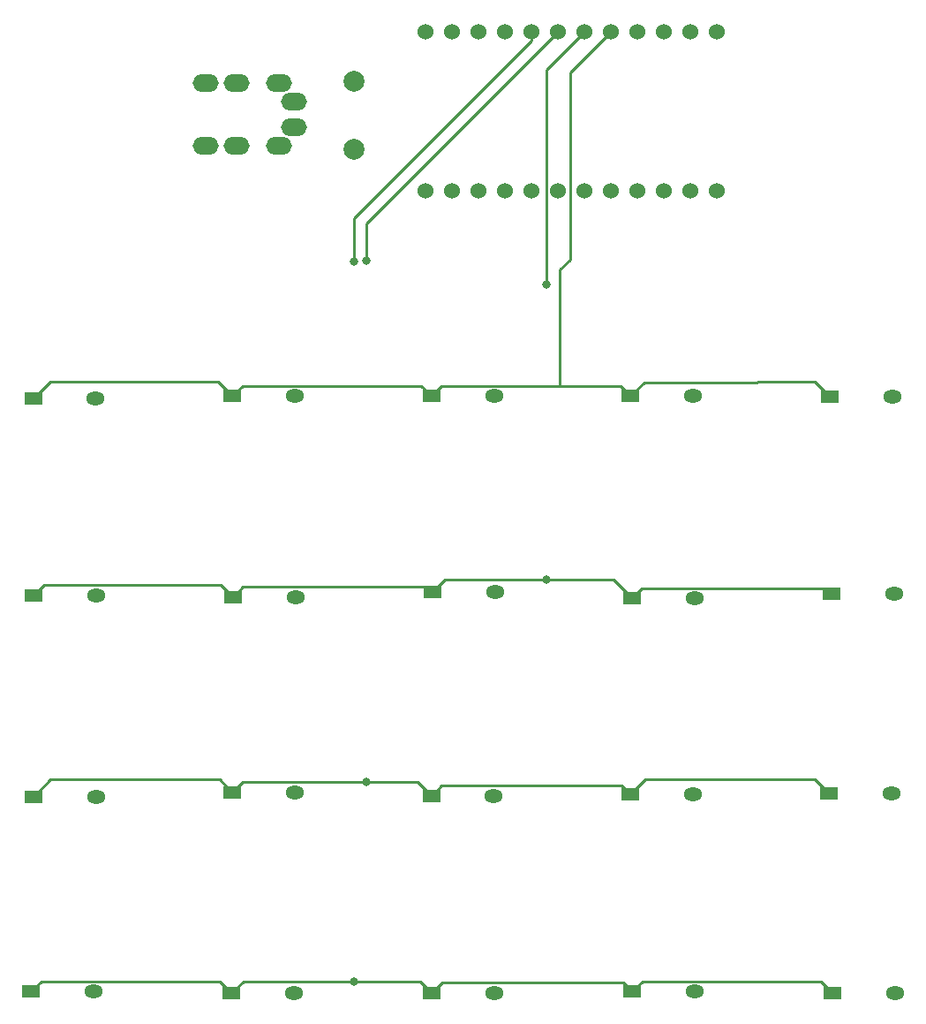
<source format=gtl>
%TF.GenerationSoftware,KiCad,Pcbnew,7.0.1-0*%
%TF.CreationDate,2023-08-16T18:46:33+09:00*%
%TF.ProjectId,jisaku20,6a697361-6b75-4323-902e-6b696361645f,rev?*%
%TF.SameCoordinates,Original*%
%TF.FileFunction,Copper,L1,Top*%
%TF.FilePolarity,Positive*%
%FSLAX46Y46*%
G04 Gerber Fmt 4.6, Leading zero omitted, Abs format (unit mm)*
G04 Created by KiCad (PCBNEW 7.0.1-0) date 2023-08-16 18:46:33*
%MOMM*%
%LPD*%
G01*
G04 APERTURE LIST*
%TA.AperFunction,ComponentPad*%
%ADD10O,2.500000X1.700000*%
%TD*%
%TA.AperFunction,ComponentPad*%
%ADD11C,1.524000*%
%TD*%
%TA.AperFunction,ComponentPad*%
%ADD12C,2.000000*%
%TD*%
%TA.AperFunction,ComponentPad*%
%ADD13R,1.778000X1.300000*%
%TD*%
%TA.AperFunction,ComponentPad*%
%ADD14O,1.778000X1.300000*%
%TD*%
%TA.AperFunction,ViaPad*%
%ADD15C,0.800000*%
%TD*%
%TA.AperFunction,Conductor*%
%ADD16C,0.250000*%
%TD*%
G04 APERTURE END LIST*
D10*
%TO.P,J1,A*%
%TO.N,unconnected-(J1-PadA)*%
X22060000Y17520000D03*
X22060000Y19970000D03*
%TO.P,J1,B*%
%TO.N,data*%
X13560000Y15770000D03*
X13560000Y21720000D03*
%TO.P,J1,C*%
%TO.N,GND*%
X16560000Y15770000D03*
X16560000Y21720000D03*
%TO.P,J1,D*%
%TO.N,VCC*%
X20560000Y15770000D03*
X20560000Y21720000D03*
%TD*%
D11*
%TO.P,U1,1,TX0/D3*%
%TO.N,unconnected-(U1-TX0{slash}D3-Pad1)*%
X62600000Y11430000D03*
%TO.P,U1,2,RX1/D2*%
%TO.N,data*%
X60060000Y11430000D03*
%TO.P,U1,3,GND*%
%TO.N,GND*%
X57520000Y11430000D03*
%TO.P,U1,4,GND*%
X54980000Y11430000D03*
%TO.P,U1,5,2/D1/SDA*%
%TO.N,unconnected-(U1-2{slash}D1{slash}SDA-Pad5)*%
X52440000Y11430000D03*
%TO.P,U1,6,3/D0/SCL*%
%TO.N,unconnected-(U1-3{slash}D0{slash}SCL-Pad6)*%
X49900000Y11430000D03*
%TO.P,U1,7,4/D4*%
%TO.N,unconnected-(U1-4{slash}D4-Pad7)*%
X47360000Y11430000D03*
%TO.P,U1,8,5/C6*%
%TO.N,col4*%
X44820000Y11430000D03*
%TO.P,U1,9,6/D7*%
%TO.N,col3*%
X42280000Y11430000D03*
%TO.P,U1,10,7/E6*%
%TO.N,col2*%
X39740000Y11430000D03*
%TO.P,U1,11,8/B4*%
%TO.N,col1*%
X37200000Y11430000D03*
%TO.P,U1,12,9/B5*%
%TO.N,col0*%
X34660000Y11430000D03*
%TO.P,U1,13,B6/10*%
%TO.N,unconnected-(U1-B6{slash}10-Pad13)*%
X34660000Y26650000D03*
%TO.P,U1,14,B2/16*%
%TO.N,unconnected-(U1-B2{slash}16-Pad14)*%
X37200000Y26650000D03*
%TO.P,U1,15,B3/14*%
%TO.N,unconnected-(U1-B3{slash}14-Pad15)*%
X39740000Y26650000D03*
%TO.P,U1,16,B1/15*%
%TO.N,unconnected-(U1-B1{slash}15-Pad16)*%
X42280000Y26650000D03*
%TO.P,U1,17,F7/A0*%
%TO.N,row3*%
X44820000Y26650000D03*
%TO.P,U1,18,F6/A1*%
%TO.N,row2*%
X47360000Y26650000D03*
%TO.P,U1,19,F5/A2*%
%TO.N,row1*%
X49900000Y26650000D03*
%TO.P,U1,20,F4/A3*%
%TO.N,row0*%
X52440000Y26650000D03*
%TO.P,U1,21,VCC*%
%TO.N,VCC*%
X54980000Y26650000D03*
%TO.P,U1,22,RST*%
%TO.N,reset*%
X57520000Y26650000D03*
%TO.P,U1,23,GND*%
%TO.N,GND*%
X60060000Y26650000D03*
%TO.P,U1,24,RAW*%
%TO.N,unconnected-(U1-RAW-Pad24)*%
X62600000Y26650000D03*
%TD*%
D12*
%TO.P,SW21,1,1*%
%TO.N,reset*%
X27830000Y15380000D03*
%TO.P,SW21,2,2*%
%TO.N,GND*%
X27830000Y21880000D03*
%TD*%
D13*
%TO.P,D15,1,K*%
%TO.N,row2*%
X73360000Y-46332500D03*
D14*
%TO.P,D15,2,A*%
%TO.N,Net-(D15-A)*%
X79360000Y-46332500D03*
%TD*%
D13*
%TO.P,D11,1,K*%
%TO.N,row2*%
X-2930000Y-46640000D03*
D14*
%TO.P,D11,2,A*%
%TO.N,Net-(D11-A)*%
X3070000Y-46640000D03*
%TD*%
D13*
%TO.P,D4,1,K*%
%TO.N,row0*%
X54330000Y-8240000D03*
D14*
%TO.P,D4,2,A*%
%TO.N,Net-(D4-A)*%
X60330000Y-8240000D03*
%TD*%
D13*
%TO.P,D6,1,K*%
%TO.N,row1*%
X-2950000Y-27340000D03*
D14*
%TO.P,D6,2,A*%
%TO.N,Net-(D6-A)*%
X3050000Y-27340000D03*
%TD*%
D13*
%TO.P,D9,1,K*%
%TO.N,row1*%
X54440000Y-27630000D03*
D14*
%TO.P,D9,2,A*%
%TO.N,Net-(D9-A)*%
X60440000Y-27630000D03*
%TD*%
D13*
%TO.P,D8,1,K*%
%TO.N,row1*%
X35310000Y-27050000D03*
D14*
%TO.P,D8,2,A*%
%TO.N,Net-(D8-A)*%
X41310000Y-27050000D03*
%TD*%
D13*
%TO.P,D20,1,K*%
%TO.N,row3*%
X73695000Y-65430000D03*
D14*
%TO.P,D20,2,A*%
%TO.N,Net-(D20-A)*%
X79695000Y-65430000D03*
%TD*%
D13*
%TO.P,D17,1,K*%
%TO.N,row3*%
X16061250Y-65430000D03*
D14*
%TO.P,D17,2,A*%
%TO.N,Net-(D17-A)*%
X22061250Y-65430000D03*
%TD*%
D13*
%TO.P,D12,1,K*%
%TO.N,row2*%
X16142500Y-46230000D03*
D14*
%TO.P,D12,2,A*%
%TO.N,Net-(D12-A)*%
X22142500Y-46230000D03*
%TD*%
D13*
%TO.P,D10,1,K*%
%TO.N,row1*%
X73570000Y-27195000D03*
D14*
%TO.P,D10,2,A*%
%TO.N,Net-(D10-A)*%
X79570000Y-27195000D03*
%TD*%
D13*
%TO.P,D5,1,K*%
%TO.N,row0*%
X73430000Y-8300000D03*
D14*
%TO.P,D5,2,A*%
%TO.N,Net-(D5-A)*%
X79430000Y-8300000D03*
%TD*%
D13*
%TO.P,D13,1,K*%
%TO.N,row2*%
X35215000Y-46537500D03*
D14*
%TO.P,D13,2,A*%
%TO.N,Net-(D13-A)*%
X41215000Y-46537500D03*
%TD*%
D13*
%TO.P,D1,1,K*%
%TO.N,row0*%
X-2970000Y-8510000D03*
D14*
%TO.P,D1,2,A*%
%TO.N,Net-(D1-A)*%
X3030000Y-8510000D03*
%TD*%
D13*
%TO.P,D14,1,K*%
%TO.N,row2*%
X54287500Y-46435000D03*
D14*
%TO.P,D14,2,A*%
%TO.N,Net-(D14-A)*%
X60287500Y-46435000D03*
%TD*%
D13*
%TO.P,D7,1,K*%
%TO.N,row1*%
X16180000Y-27485000D03*
D14*
%TO.P,D7,2,A*%
%TO.N,Net-(D7-A)*%
X22180000Y-27485000D03*
%TD*%
D13*
%TO.P,D3,1,K*%
%TO.N,row0*%
X35230000Y-8240000D03*
D14*
%TO.P,D3,2,A*%
%TO.N,Net-(D3-A)*%
X41230000Y-8240000D03*
%TD*%
D13*
%TO.P,D19,1,K*%
%TO.N,row3*%
X54483750Y-65300000D03*
D14*
%TO.P,D19,2,A*%
%TO.N,Net-(D19-A)*%
X60483750Y-65300000D03*
%TD*%
D13*
%TO.P,D18,1,K*%
%TO.N,row3*%
X35272500Y-65430000D03*
D14*
%TO.P,D18,2,A*%
%TO.N,Net-(D18-A)*%
X41272500Y-65430000D03*
%TD*%
D13*
%TO.P,D16,1,K*%
%TO.N,row3*%
X-3150000Y-65300000D03*
D14*
%TO.P,D16,2,A*%
%TO.N,Net-(D16-A)*%
X2850000Y-65300000D03*
%TD*%
D13*
%TO.P,D2,1,K*%
%TO.N,row0*%
X16130000Y-8240000D03*
D14*
%TO.P,D2,2,A*%
%TO.N,Net-(D2-A)*%
X22130000Y-8240000D03*
%TD*%
D15*
%TO.N,row1*%
X46220000Y2490000D03*
X46220000Y-25840000D03*
%TO.N,row2*%
X28980000Y-45255000D03*
X28970000Y4720000D03*
%TO.N,row3*%
X27820000Y4640000D03*
X27810000Y-64320000D03*
%TD*%
D16*
%TO.N,row0*%
X48520000Y22730000D02*
X48520000Y4810000D01*
X47530000Y-7265000D02*
X53355000Y-7265000D01*
X52440000Y26650000D02*
X48520000Y22730000D01*
X48520000Y4810000D02*
X47560000Y3850000D01*
X14787273Y-6897273D02*
X16130000Y-8240000D01*
X47560000Y3850000D02*
X47560000Y-7235000D01*
X55651968Y-6918032D02*
X66350030Y-6918032D01*
X36205000Y-7265000D02*
X47530000Y-7265000D01*
X34255000Y-7265000D02*
X35230000Y-8240000D01*
X66350030Y-6918032D02*
X66680000Y-6897273D01*
X53355000Y-7265000D02*
X54330000Y-8240000D01*
X72027273Y-6897273D02*
X73430000Y-8300000D01*
X17105000Y-7265000D02*
X34255000Y-7265000D01*
X54330000Y-8240000D02*
X55651968Y-6918032D01*
X-1357273Y-6897273D02*
X14787273Y-6897273D01*
X-2970000Y-8510000D02*
X-1357273Y-6897273D01*
X47560000Y-7235000D02*
X47530000Y-7265000D01*
X66680000Y-6897273D02*
X72027273Y-6897273D01*
X35230000Y-8240000D02*
X36205000Y-7265000D01*
X16130000Y-8240000D02*
X17105000Y-7265000D01*
%TO.N,row1*%
X54440000Y-27630000D02*
X52650000Y-25840000D01*
X16180000Y-27485000D02*
X15025000Y-26330000D01*
X49900000Y26650000D02*
X46260000Y23010000D01*
X46220000Y-25840000D02*
X36520000Y-25840000D01*
X35310000Y-27050000D02*
X34770000Y-26510000D01*
X36520000Y-25840000D02*
X35310000Y-27050000D01*
X55415000Y-26655000D02*
X54440000Y-27630000D01*
X46260000Y2530000D02*
X46220000Y2490000D01*
X52650000Y-25840000D02*
X46220000Y-25840000D01*
X73030000Y-26655000D02*
X55415000Y-26655000D01*
X46260000Y23010000D02*
X46260000Y2530000D01*
X34770000Y-26510000D02*
X17155000Y-26510000D01*
X15025000Y-26330000D02*
X-1940000Y-26330000D01*
X-1940000Y-26330000D02*
X-2950000Y-27340000D01*
X73570000Y-27195000D02*
X73030000Y-26655000D01*
X17155000Y-26510000D02*
X16180000Y-27485000D01*
%TO.N,row2*%
X35215000Y-46537500D02*
X36190000Y-45562500D01*
X55725227Y-44997273D02*
X72024773Y-44997273D01*
X47360000Y26650000D02*
X30090000Y9380000D01*
X54287500Y-46435000D02*
X55725227Y-44997273D01*
X33932500Y-45255000D02*
X35215000Y-46537500D01*
X72024773Y-44997273D02*
X73360000Y-46332500D01*
X28980000Y-45255000D02*
X33932500Y-45255000D01*
X53415000Y-45562500D02*
X54287500Y-46435000D01*
X17117500Y-45255000D02*
X28980000Y-45255000D01*
X-1287273Y-44997273D02*
X14909773Y-44997273D01*
X36190000Y-45562500D02*
X53415000Y-45562500D01*
X30090000Y9380000D02*
X28970000Y8260000D01*
X28970000Y8260000D02*
X28970000Y4720000D01*
X-2930000Y-46640000D02*
X-1287273Y-44997273D01*
X16142500Y-46230000D02*
X17117500Y-45255000D01*
X14909773Y-44997273D02*
X16142500Y-46230000D01*
%TO.N,row3*%
X27810000Y-64320000D02*
X17171250Y-64320000D01*
X54483750Y-65300000D02*
X55458750Y-64325000D01*
X72590000Y-64325000D02*
X73695000Y-65430000D01*
X55458750Y-64325000D02*
X72590000Y-64325000D01*
X36247500Y-64455000D02*
X35272500Y-65430000D01*
X16061250Y-65430000D02*
X14951250Y-64320000D01*
X35272500Y-65430000D02*
X34162500Y-64320000D01*
X54483750Y-65300000D02*
X53638750Y-64455000D01*
X53638750Y-64455000D02*
X36247500Y-64455000D01*
X17171250Y-64320000D02*
X16061250Y-65430000D01*
X-2170000Y-64320000D02*
X-3150000Y-65300000D01*
X27820000Y4640000D02*
X27820000Y8840000D01*
X27820000Y8840000D02*
X44820000Y25840000D01*
X44820000Y25840000D02*
X44820000Y26650000D01*
X14951250Y-64320000D02*
X-2170000Y-64320000D01*
X34162500Y-64320000D02*
X27810000Y-64320000D01*
%TD*%
M02*

</source>
